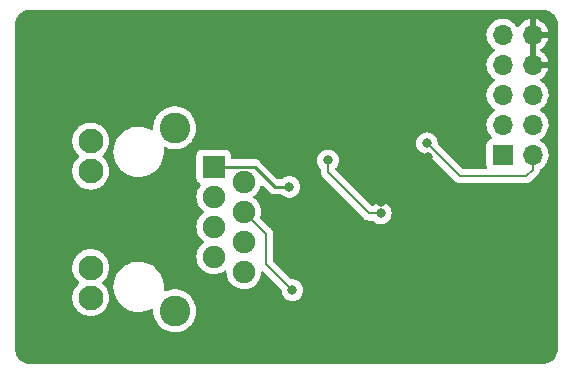
<source format=gbr>
%TF.GenerationSoftware,KiCad,Pcbnew,(6.0.0)*%
%TF.CreationDate,2022-04-11T12:33:07+02:00*%
%TF.ProjectId,W5500_Shield_Ethernet,57353530-305f-4536-9869-656c645f4574,rev?*%
%TF.SameCoordinates,Original*%
%TF.FileFunction,Copper,L2,Bot*%
%TF.FilePolarity,Positive*%
%FSLAX46Y46*%
G04 Gerber Fmt 4.6, Leading zero omitted, Abs format (unit mm)*
G04 Created by KiCad (PCBNEW (6.0.0)) date 2022-04-11 12:33:07*
%MOMM*%
%LPD*%
G01*
G04 APERTURE LIST*
%TA.AperFunction,ComponentPad*%
%ADD10R,1.700000X1.700000*%
%TD*%
%TA.AperFunction,ComponentPad*%
%ADD11O,1.700000X1.700000*%
%TD*%
%TA.AperFunction,ComponentPad*%
%ADD12C,2.600000*%
%TD*%
%TA.AperFunction,ComponentPad*%
%ADD13C,2.100000*%
%TD*%
%TA.AperFunction,ComponentPad*%
%ADD14C,1.900000*%
%TD*%
%TA.AperFunction,ComponentPad*%
%ADD15R,1.900000X1.900000*%
%TD*%
%TA.AperFunction,ViaPad*%
%ADD16C,0.800000*%
%TD*%
%TA.AperFunction,Conductor*%
%ADD17C,0.250000*%
%TD*%
%TA.AperFunction,Conductor*%
%ADD18C,0.200000*%
%TD*%
G04 APERTURE END LIST*
D10*
%TO.P,J2,1,Pin_1*%
%TO.N,SCS_eth*%
X122800000Y-63800000D03*
D11*
%TO.P,J2,2,Pin_2*%
%TO.N,+3V3*%
X125340000Y-63800000D03*
%TO.P,J2,3,Pin_3*%
%TO.N,SCLK_eth*%
X122800000Y-61260000D03*
%TO.P,J2,4,Pin_4*%
%TO.N,+3V3*%
X125340000Y-61260000D03*
%TO.P,J2,5,Pin_5*%
%TO.N,MISO_eth*%
X122800000Y-58720000D03*
%TO.P,J2,6,Pin_6*%
%TO.N,+3V3*%
X125340000Y-58720000D03*
%TO.P,J2,7,Pin_7*%
%TO.N,MOSI_eth*%
X122800000Y-56180000D03*
%TO.P,J2,8,Pin_8*%
%TO.N,GND*%
X125340000Y-56180000D03*
%TO.P,J2,9,Pin_9*%
%TO.N,RESET_eth*%
X122800000Y-53640000D03*
%TO.P,J2,10,Pin_10*%
%TO.N,GND*%
X125340000Y-53640000D03*
%TD*%
D12*
%TO.P,J1,SH,SHIELD*%
%TO.N,Net-(C11-Pad2)*%
X95045000Y-76995000D03*
X95045000Y-61505000D03*
D13*
%TO.P,J1,L1,LEDY_A*%
%TO.N,+3V3*%
X87935000Y-62625000D03*
%TO.P,J1,L2,LEDY_K*%
%TO.N,/A_LED*%
X87935000Y-65165000D03*
%TO.P,J1,L3,LEDG_A*%
%TO.N,+3V3*%
X87935000Y-73335000D03*
%TO.P,J1,L4,LEDG_K*%
%TO.N,/K_LED*%
X87935000Y-75875000D03*
D14*
%TO.P,J1,8,GND*%
%TO.N,Net-(C11-Pad2)*%
X100885000Y-73695000D03*
%TO.P,J1,7,NC*%
%TO.N,unconnected-(J1-Pad7)*%
X98345000Y-72425000D03*
%TO.P,J1,6,RD-*%
%TO.N,Net-(C7-Pad2)*%
X100885000Y-71155000D03*
%TO.P,J1,5,RCT*%
%TO.N,Net-(C9-Pad2)*%
X98345000Y-69885000D03*
%TO.P,J1,4,RD+*%
%TO.N,Net-(C8-Pad2)*%
X100885000Y-68615000D03*
%TO.P,J1,3,TD-*%
%TO.N,Net-(J1-Pad3)*%
X98345000Y-67345000D03*
%TO.P,J1,2,TCT*%
%TO.N,Net-(C10-Pad2)*%
X100885000Y-66075000D03*
D15*
%TO.P,J1,1,TD+*%
%TO.N,Net-(J1-Pad1)*%
X98345000Y-64805000D03*
%TD*%
D16*
%TO.N,Net-(J1-Pad1)*%
X104750000Y-66500000D03*
%TO.N,+3V3*%
X116400000Y-62800000D03*
%TO.N,GND*%
X109250000Y-77250000D03*
X109250000Y-78500000D03*
X105000000Y-72750000D03*
X106250000Y-61250000D03*
X112500000Y-67750000D03*
X110750000Y-65500000D03*
X121000000Y-71000000D03*
X108750000Y-71000000D03*
X110000000Y-73750000D03*
X110750000Y-75250000D03*
X114000000Y-71750000D03*
X114000000Y-76500000D03*
X111000000Y-77000000D03*
X117750000Y-77250000D03*
X114500000Y-77500000D03*
X124500000Y-72250000D03*
X126500000Y-67000000D03*
X112200000Y-54843750D03*
X114000000Y-62000000D03*
X115000000Y-62000000D03*
X116500000Y-64000000D03*
%TO.N,Net-(C8-Pad2)*%
X105000000Y-75250000D03*
%TO.N,+3.3VA*%
X112500000Y-68750000D03*
X108020000Y-64250000D03*
%TD*%
D17*
%TO.N,Net-(J1-Pad1)*%
X103500000Y-66500000D02*
X101800489Y-64800489D01*
X103500000Y-66500000D02*
X104750000Y-66500000D01*
D18*
%TO.N,+3V3*%
X119200000Y-65600000D02*
X116400000Y-62800000D01*
X124800000Y-65600000D02*
X119800000Y-65600000D01*
X125340000Y-65060000D02*
X124800000Y-65600000D01*
X119800000Y-65600000D02*
X119200000Y-65600000D01*
X125340000Y-63800000D02*
X125340000Y-65060000D01*
%TO.N,+3.3VA*%
X108020000Y-65270000D02*
X111500000Y-68750000D01*
X108020000Y-64250000D02*
X108020000Y-65270000D01*
%TO.N,Net-(C8-Pad2)*%
X102750000Y-70480000D02*
X100885000Y-68615000D01*
X102750000Y-73000000D02*
X102750000Y-70480000D01*
X105000000Y-75250000D02*
X102750000Y-73000000D01*
D17*
%TO.N,Net-(J1-Pad1)*%
X98349511Y-64800489D02*
X98345000Y-64805000D01*
X101800489Y-64800489D02*
X98349511Y-64800489D01*
D18*
%TO.N,+3.3VA*%
X111500000Y-68750000D02*
X112500000Y-68750000D01*
%TD*%
%TA.AperFunction,Conductor*%
%TO.N,GND*%
G36*
X126170057Y-51509500D02*
G01*
X126184858Y-51511805D01*
X126184861Y-51511805D01*
X126193730Y-51513186D01*
X126202631Y-51512022D01*
X126202638Y-51512022D01*
X126207766Y-51511351D01*
X126233989Y-51510675D01*
X126392228Y-51523129D01*
X126411755Y-51526222D01*
X126589614Y-51568922D01*
X126608408Y-51575028D01*
X126777398Y-51645027D01*
X126795003Y-51653997D01*
X126911618Y-51725458D01*
X126950967Y-51749571D01*
X126966955Y-51761187D01*
X127106042Y-51879978D01*
X127120020Y-51893956D01*
X127238813Y-52033045D01*
X127250427Y-52049031D01*
X127346003Y-52204997D01*
X127354973Y-52222602D01*
X127422742Y-52386209D01*
X127424970Y-52391587D01*
X127431078Y-52410386D01*
X127454465Y-52507800D01*
X127473778Y-52588244D01*
X127476871Y-52607772D01*
X127488774Y-52759012D01*
X127488133Y-52775881D01*
X127488305Y-52775883D01*
X127488195Y-52784859D01*
X127486814Y-52793730D01*
X127487978Y-52802632D01*
X127487978Y-52802635D01*
X127490936Y-52825251D01*
X127492000Y-52841589D01*
X127492000Y-80150672D01*
X127490500Y-80170056D01*
X127486814Y-80193730D01*
X127487978Y-80202631D01*
X127487978Y-80202638D01*
X127488649Y-80207766D01*
X127489325Y-80233989D01*
X127476871Y-80392228D01*
X127473778Y-80411756D01*
X127431080Y-80589609D01*
X127424972Y-80608408D01*
X127354973Y-80777398D01*
X127346003Y-80795003D01*
X127250429Y-80950967D01*
X127238813Y-80966955D01*
X127120022Y-81106042D01*
X127106044Y-81120020D01*
X126966955Y-81238813D01*
X126950969Y-81250427D01*
X126795003Y-81346003D01*
X126777398Y-81354973D01*
X126608408Y-81424972D01*
X126589614Y-81431078D01*
X126411756Y-81473778D01*
X126392228Y-81476871D01*
X126240988Y-81488774D01*
X126224119Y-81488133D01*
X126224117Y-81488305D01*
X126215141Y-81488195D01*
X126206270Y-81486814D01*
X126197368Y-81487978D01*
X126197365Y-81487978D01*
X126174749Y-81490936D01*
X126158411Y-81492000D01*
X82849328Y-81492000D01*
X82829943Y-81490500D01*
X82815142Y-81488195D01*
X82815139Y-81488195D01*
X82806270Y-81486814D01*
X82797369Y-81487978D01*
X82797362Y-81487978D01*
X82792234Y-81488649D01*
X82766011Y-81489325D01*
X82607772Y-81476871D01*
X82588244Y-81473778D01*
X82410386Y-81431078D01*
X82391592Y-81424972D01*
X82222602Y-81354973D01*
X82204997Y-81346003D01*
X82049031Y-81250427D01*
X82033045Y-81238813D01*
X81893956Y-81120020D01*
X81879978Y-81106042D01*
X81761187Y-80966955D01*
X81749571Y-80950967D01*
X81653997Y-80795003D01*
X81645027Y-80777398D01*
X81575028Y-80608408D01*
X81568920Y-80589609D01*
X81526222Y-80411756D01*
X81523129Y-80392228D01*
X81511226Y-80240988D01*
X81511867Y-80224119D01*
X81511695Y-80224117D01*
X81511805Y-80215141D01*
X81513186Y-80206270D01*
X81511547Y-80193730D01*
X81509064Y-80174749D01*
X81508000Y-80158411D01*
X81508000Y-75875000D01*
X86371681Y-75875000D01*
X86390928Y-76119557D01*
X86392082Y-76124364D01*
X86392083Y-76124370D01*
X86406750Y-76185462D01*
X86448195Y-76358092D01*
X86542073Y-76584732D01*
X86670248Y-76793896D01*
X86673463Y-76797660D01*
X86673465Y-76797663D01*
X86805451Y-76952197D01*
X86829567Y-76980433D01*
X86833323Y-76983641D01*
X86967805Y-77098500D01*
X87016104Y-77139752D01*
X87020327Y-77142340D01*
X87020330Y-77142342D01*
X87089515Y-77184738D01*
X87225268Y-77267927D01*
X87369967Y-77327864D01*
X87447335Y-77359911D01*
X87447337Y-77359912D01*
X87451908Y-77361805D01*
X87534563Y-77381649D01*
X87685630Y-77417917D01*
X87685636Y-77417918D01*
X87690443Y-77419072D01*
X87935000Y-77438319D01*
X88179557Y-77419072D01*
X88184364Y-77417918D01*
X88184370Y-77417917D01*
X88335437Y-77381649D01*
X88418092Y-77361805D01*
X88422663Y-77359912D01*
X88422665Y-77359911D01*
X88500033Y-77327864D01*
X88644732Y-77267927D01*
X88780485Y-77184738D01*
X88849670Y-77142342D01*
X88849673Y-77142340D01*
X88853896Y-77139752D01*
X88902196Y-77098500D01*
X89036677Y-76983641D01*
X89040433Y-76980433D01*
X89064549Y-76952197D01*
X89196535Y-76797663D01*
X89196537Y-76797660D01*
X89199752Y-76793896D01*
X89327927Y-76584732D01*
X89421805Y-76358092D01*
X89463250Y-76185462D01*
X89477917Y-76124370D01*
X89477918Y-76124364D01*
X89479072Y-76119557D01*
X89498319Y-75875000D01*
X89479072Y-75630443D01*
X89476939Y-75621556D01*
X89434841Y-75446206D01*
X89421805Y-75391908D01*
X89404814Y-75350887D01*
X89350062Y-75218707D01*
X89327927Y-75165268D01*
X89287488Y-75099277D01*
X89860735Y-75099277D01*
X89861294Y-75103521D01*
X89861294Y-75103525D01*
X89868867Y-75161049D01*
X89898705Y-75387687D01*
X89975465Y-75668276D01*
X89977149Y-75672224D01*
X90061538Y-75870070D01*
X90089596Y-75935852D01*
X90238985Y-76185462D01*
X90420867Y-76412489D01*
X90631878Y-76612731D01*
X90868113Y-76782483D01*
X91125200Y-76918603D01*
X91129223Y-76920075D01*
X91129227Y-76920077D01*
X91325358Y-76991851D01*
X91398382Y-77018574D01*
X91682604Y-77080544D01*
X91711650Y-77082830D01*
X91908297Y-77098307D01*
X91908304Y-77098307D01*
X91910753Y-77098500D01*
X92068121Y-77098500D01*
X92070257Y-77098354D01*
X92070268Y-77098354D01*
X92280949Y-77083991D01*
X92280955Y-77083990D01*
X92285226Y-77083699D01*
X92289421Y-77082830D01*
X92289423Y-77082830D01*
X92427654Y-77054204D01*
X92570081Y-77024709D01*
X92844295Y-76927605D01*
X93048994Y-76821952D01*
X93118700Y-76808483D01*
X93184624Y-76834838D01*
X93225833Y-76892651D01*
X93231169Y-76938162D01*
X93232641Y-76938201D01*
X93232518Y-76942874D01*
X93232050Y-76947526D01*
X93232274Y-76952192D01*
X93232274Y-76952197D01*
X93235689Y-77023279D01*
X93244947Y-77216019D01*
X93297388Y-77479656D01*
X93388220Y-77732646D01*
X93515450Y-77969431D01*
X93518241Y-77973168D01*
X93518245Y-77973175D01*
X93599887Y-78082506D01*
X93676281Y-78184810D01*
X93679590Y-78188090D01*
X93679595Y-78188096D01*
X93863863Y-78370762D01*
X93867180Y-78374050D01*
X93870942Y-78376808D01*
X93870945Y-78376811D01*
X93983299Y-78459192D01*
X94083954Y-78532995D01*
X94088089Y-78535171D01*
X94088093Y-78535173D01*
X94317698Y-78655975D01*
X94321840Y-78658154D01*
X94575613Y-78746775D01*
X94580206Y-78747647D01*
X94835109Y-78796042D01*
X94835112Y-78796042D01*
X94839698Y-78796913D01*
X94967370Y-78801929D01*
X95103625Y-78807283D01*
X95103630Y-78807283D01*
X95108293Y-78807466D01*
X95212607Y-78796042D01*
X95370844Y-78778713D01*
X95370850Y-78778712D01*
X95375497Y-78778203D01*
X95380021Y-78777012D01*
X95630918Y-78710956D01*
X95630920Y-78710955D01*
X95635441Y-78709765D01*
X95639738Y-78707919D01*
X95878120Y-78605502D01*
X95878122Y-78605501D01*
X95882414Y-78603657D01*
X96001071Y-78530230D01*
X96107017Y-78464669D01*
X96107021Y-78464666D01*
X96110990Y-78462210D01*
X96316149Y-78288530D01*
X96493382Y-78086434D01*
X96638797Y-77860361D01*
X96749199Y-77615278D01*
X96786209Y-77484051D01*
X96820893Y-77361072D01*
X96820894Y-77361069D01*
X96822163Y-77356568D01*
X96840043Y-77216019D01*
X96855688Y-77093045D01*
X96855688Y-77093041D01*
X96856086Y-77089915D01*
X96856272Y-77082830D01*
X96858488Y-76998160D01*
X96858571Y-76995000D01*
X96838650Y-76726937D01*
X96813374Y-76615231D01*
X96780361Y-76469331D01*
X96780360Y-76469326D01*
X96779327Y-76464763D01*
X96681902Y-76214238D01*
X96548518Y-75980864D01*
X96510588Y-75932749D01*
X96465062Y-75875000D01*
X96382105Y-75769769D01*
X96186317Y-75585591D01*
X95965457Y-75432374D01*
X95961264Y-75430306D01*
X95728564Y-75315551D01*
X95728561Y-75315550D01*
X95724376Y-75313486D01*
X95676745Y-75298239D01*
X95505536Y-75243435D01*
X95468370Y-75231538D01*
X95463763Y-75230788D01*
X95463760Y-75230787D01*
X95207674Y-75189081D01*
X95207675Y-75189081D01*
X95203063Y-75188330D01*
X95072719Y-75186624D01*
X94938961Y-75184873D01*
X94938958Y-75184873D01*
X94934284Y-75184812D01*
X94667937Y-75221060D01*
X94409874Y-75296278D01*
X94405621Y-75298238D01*
X94405620Y-75298239D01*
X94291418Y-75350887D01*
X94221181Y-75361242D01*
X94156495Y-75331979D01*
X94117898Y-75272391D01*
X94113924Y-75218707D01*
X94116291Y-75202081D01*
X94127742Y-75121619D01*
X94128952Y-74890523D01*
X94129243Y-74835009D01*
X94129243Y-74835003D01*
X94129265Y-74830723D01*
X94126908Y-74812815D01*
X94105100Y-74647171D01*
X94091295Y-74542313D01*
X94014535Y-74261724D01*
X94000491Y-74228799D01*
X93902090Y-73998100D01*
X93902088Y-73998096D01*
X93900404Y-73994148D01*
X93751015Y-73744538D01*
X93736337Y-73726216D01*
X93651661Y-73620523D01*
X93569133Y-73517511D01*
X93376807Y-73335000D01*
X93361231Y-73320219D01*
X93361228Y-73320217D01*
X93358122Y-73317269D01*
X93121887Y-73147517D01*
X92864800Y-73011397D01*
X92860777Y-73009925D01*
X92860773Y-73009923D01*
X92595649Y-72912901D01*
X92595647Y-72912900D01*
X92591618Y-72911426D01*
X92307396Y-72849456D01*
X92263598Y-72846009D01*
X92081703Y-72831693D01*
X92081696Y-72831693D01*
X92079247Y-72831500D01*
X91921879Y-72831500D01*
X91919743Y-72831646D01*
X91919732Y-72831646D01*
X91709051Y-72846009D01*
X91709045Y-72846010D01*
X91704774Y-72846301D01*
X91700579Y-72847170D01*
X91700577Y-72847170D01*
X91654462Y-72856720D01*
X91419919Y-72905291D01*
X91145705Y-73002395D01*
X91141896Y-73004361D01*
X90995219Y-73080067D01*
X90887207Y-73135816D01*
X90883706Y-73138277D01*
X90883702Y-73138279D01*
X90870558Y-73147517D01*
X90649208Y-73303085D01*
X90646067Y-73306004D01*
X90465354Y-73473933D01*
X90436112Y-73501106D01*
X90433398Y-73504422D01*
X90433395Y-73504425D01*
X90338370Y-73620523D01*
X90251861Y-73726216D01*
X90099867Y-73974248D01*
X90098148Y-73978165D01*
X90098146Y-73978168D01*
X90084515Y-74009220D01*
X89982941Y-74240614D01*
X89981765Y-74244742D01*
X89981764Y-74244745D01*
X89964715Y-74304595D01*
X89903246Y-74520384D01*
X89902642Y-74524626D01*
X89902641Y-74524632D01*
X89877567Y-74700811D01*
X89862258Y-74808381D01*
X89860735Y-75099277D01*
X89287488Y-75099277D01*
X89199752Y-74956104D01*
X89193757Y-74949084D01*
X89043641Y-74773323D01*
X89040433Y-74769567D01*
X89010420Y-74743933D01*
X88959931Y-74700811D01*
X88921122Y-74641360D01*
X88920616Y-74570365D01*
X88959931Y-74509189D01*
X89036677Y-74443641D01*
X89040433Y-74440433D01*
X89123759Y-74342872D01*
X89196535Y-74257663D01*
X89196537Y-74257660D01*
X89199752Y-74253896D01*
X89212098Y-74233750D01*
X89271113Y-74137445D01*
X89327927Y-74044732D01*
X89390561Y-73893521D01*
X89419911Y-73822665D01*
X89419912Y-73822663D01*
X89421805Y-73818092D01*
X89479072Y-73579557D01*
X89498319Y-73335000D01*
X89479072Y-73090443D01*
X89477732Y-73084859D01*
X89436094Y-72911426D01*
X89421805Y-72851908D01*
X89419843Y-72847170D01*
X89368220Y-72722544D01*
X89327927Y-72625268D01*
X89224566Y-72456597D01*
X89202342Y-72420330D01*
X89202340Y-72420327D01*
X89199752Y-72416104D01*
X89181657Y-72394917D01*
X89176812Y-72389244D01*
X96881938Y-72389244D01*
X96882235Y-72394396D01*
X96882235Y-72394400D01*
X96884338Y-72430873D01*
X96895744Y-72628680D01*
X96896879Y-72633717D01*
X96896880Y-72633723D01*
X96947331Y-72857592D01*
X96948470Y-72862646D01*
X97038702Y-73084859D01*
X97164014Y-73289351D01*
X97321043Y-73470630D01*
X97505571Y-73623828D01*
X97712643Y-73744831D01*
X97717468Y-73746673D01*
X97717469Y-73746674D01*
X97760595Y-73763142D01*
X97936697Y-73830389D01*
X97941763Y-73831420D01*
X97941764Y-73831420D01*
X97998039Y-73842869D01*
X98171716Y-73878204D01*
X98307264Y-73883174D01*
X98406225Y-73886803D01*
X98406229Y-73886803D01*
X98411389Y-73886992D01*
X98416509Y-73886336D01*
X98416511Y-73886336D01*
X98644151Y-73857175D01*
X98644152Y-73857175D01*
X98649279Y-73856518D01*
X98732935Y-73831420D01*
X98874042Y-73789086D01*
X98874047Y-73789084D01*
X98878997Y-73787599D01*
X99094374Y-73682087D01*
X99098579Y-73679087D01*
X99098585Y-73679084D01*
X99224443Y-73589310D01*
X99291516Y-73566037D01*
X99360525Y-73582720D01*
X99409559Y-73634064D01*
X99423402Y-73684636D01*
X99435744Y-73898680D01*
X99436879Y-73903717D01*
X99436880Y-73903723D01*
X99457258Y-73994148D01*
X99488470Y-74132646D01*
X99490419Y-74137445D01*
X99573835Y-74342872D01*
X99578702Y-74354859D01*
X99704014Y-74559351D01*
X99707398Y-74563257D01*
X99707399Y-74563259D01*
X99714221Y-74571134D01*
X99861043Y-74740630D01*
X100045571Y-74893828D01*
X100252643Y-75014831D01*
X100476697Y-75100389D01*
X100481763Y-75101420D01*
X100481764Y-75101420D01*
X100492111Y-75103525D01*
X100711716Y-75148204D01*
X100847264Y-75153174D01*
X100946225Y-75156803D01*
X100946229Y-75156803D01*
X100951389Y-75156992D01*
X100956509Y-75156336D01*
X100956511Y-75156336D01*
X101184151Y-75127175D01*
X101184152Y-75127175D01*
X101189279Y-75126518D01*
X101205608Y-75121619D01*
X101414042Y-75059086D01*
X101414047Y-75059084D01*
X101418997Y-75057599D01*
X101634374Y-74952087D01*
X101638579Y-74949087D01*
X101638585Y-74949084D01*
X101737618Y-74878444D01*
X101829627Y-74812815D01*
X101999511Y-74643523D01*
X102023422Y-74610248D01*
X102136445Y-74452958D01*
X102139463Y-74448758D01*
X102143578Y-74440433D01*
X102243433Y-74238392D01*
X102243434Y-74238390D01*
X102245727Y-74233750D01*
X102315447Y-74004274D01*
X102346752Y-73766492D01*
X102346946Y-73758563D01*
X102368609Y-73690952D01*
X102423387Y-73645786D01*
X102493887Y-73637406D01*
X102562003Y-73672552D01*
X104050281Y-75160830D01*
X104084307Y-75223142D01*
X104086841Y-75246716D01*
X104086496Y-75250000D01*
X104087186Y-75256565D01*
X104105447Y-75430306D01*
X104106458Y-75439928D01*
X104165473Y-75621556D01*
X104168776Y-75627278D01*
X104168777Y-75627279D01*
X104190057Y-75664137D01*
X104260960Y-75786944D01*
X104388747Y-75928866D01*
X104543248Y-76041118D01*
X104549276Y-76043802D01*
X104549278Y-76043803D01*
X104711681Y-76116109D01*
X104717712Y-76118794D01*
X104811112Y-76138647D01*
X104898056Y-76157128D01*
X104898061Y-76157128D01*
X104904513Y-76158500D01*
X105095487Y-76158500D01*
X105101939Y-76157128D01*
X105101944Y-76157128D01*
X105188888Y-76138647D01*
X105282288Y-76118794D01*
X105288319Y-76116109D01*
X105450722Y-76043803D01*
X105450724Y-76043802D01*
X105456752Y-76041118D01*
X105611253Y-75928866D01*
X105739040Y-75786944D01*
X105809943Y-75664137D01*
X105831223Y-75627279D01*
X105831224Y-75627278D01*
X105834527Y-75621556D01*
X105893542Y-75439928D01*
X105894554Y-75430306D01*
X105912814Y-75256565D01*
X105913504Y-75250000D01*
X105905079Y-75169839D01*
X105894232Y-75066635D01*
X105894232Y-75066633D01*
X105893542Y-75060072D01*
X105834527Y-74878444D01*
X105739040Y-74713056D01*
X105611253Y-74571134D01*
X105456752Y-74458882D01*
X105450724Y-74456198D01*
X105450722Y-74456197D01*
X105288319Y-74383891D01*
X105288318Y-74383891D01*
X105282288Y-74381206D01*
X105188888Y-74361353D01*
X105101944Y-74342872D01*
X105101939Y-74342872D01*
X105095487Y-74341500D01*
X105004239Y-74341500D01*
X104936118Y-74321498D01*
X104915144Y-74304595D01*
X103395405Y-72784856D01*
X103361379Y-72722544D01*
X103358500Y-72695761D01*
X103358500Y-70528136D01*
X103359578Y-70511690D01*
X103362672Y-70488188D01*
X103363750Y-70480000D01*
X103358500Y-70440122D01*
X103358500Y-70440115D01*
X103342838Y-70321150D01*
X103281524Y-70173125D01*
X103276497Y-70166574D01*
X103276495Y-70166570D01*
X103261722Y-70147318D01*
X103208483Y-70077936D01*
X103208477Y-70077928D01*
X103208474Y-70077925D01*
X103183987Y-70046013D01*
X103177432Y-70040983D01*
X103158621Y-70026548D01*
X103146230Y-70015681D01*
X102308143Y-69177594D01*
X102274117Y-69115282D01*
X102276680Y-69051870D01*
X102308036Y-68948668D01*
X102315447Y-68924274D01*
X102346752Y-68686492D01*
X102347252Y-68666021D01*
X102348417Y-68618365D01*
X102348417Y-68618361D01*
X102348499Y-68615000D01*
X102335987Y-68462815D01*
X102329271Y-68381124D01*
X102329270Y-68381118D01*
X102328847Y-68375973D01*
X102270420Y-68143364D01*
X102268364Y-68138634D01*
X102268361Y-68138627D01*
X102176847Y-67928159D01*
X102176845Y-67928156D01*
X102174787Y-67923422D01*
X102149214Y-67883891D01*
X102047325Y-67726396D01*
X102047323Y-67726393D01*
X102044515Y-67722053D01*
X101886758Y-67548680D01*
X101886582Y-67548487D01*
X101886580Y-67548486D01*
X101883104Y-67544665D01*
X101879053Y-67541466D01*
X101879049Y-67541462D01*
X101755333Y-67443757D01*
X101714270Y-67385840D01*
X101711038Y-67314917D01*
X101746664Y-67253505D01*
X101760257Y-67242296D01*
X101825423Y-67195814D01*
X101825425Y-67195812D01*
X101829627Y-67192815D01*
X101999511Y-67023523D01*
X102008396Y-67011159D01*
X102136445Y-66832958D01*
X102139463Y-66828758D01*
X102208078Y-66689928D01*
X102243433Y-66618392D01*
X102243434Y-66618390D01*
X102245727Y-66613750D01*
X102247234Y-66608791D01*
X102294663Y-66452686D01*
X102333604Y-66393322D01*
X102398458Y-66364435D01*
X102468634Y-66375196D01*
X102504316Y-66400220D01*
X102996343Y-66892247D01*
X103003887Y-66900537D01*
X103008000Y-66907018D01*
X103013777Y-66912443D01*
X103057667Y-66953658D01*
X103060509Y-66956413D01*
X103080231Y-66976135D01*
X103083355Y-66978558D01*
X103083359Y-66978562D01*
X103083424Y-66978612D01*
X103092445Y-66986317D01*
X103124679Y-67016586D01*
X103131627Y-67020405D01*
X103131629Y-67020407D01*
X103142432Y-67026346D01*
X103158959Y-67037202D01*
X103168698Y-67044757D01*
X103168700Y-67044758D01*
X103174960Y-67049614D01*
X103215540Y-67067174D01*
X103226188Y-67072391D01*
X103264940Y-67093695D01*
X103272616Y-67095666D01*
X103272619Y-67095667D01*
X103284562Y-67098733D01*
X103303267Y-67105137D01*
X103321855Y-67113181D01*
X103329678Y-67114420D01*
X103329688Y-67114423D01*
X103365524Y-67120099D01*
X103377144Y-67122505D01*
X103412289Y-67131528D01*
X103419970Y-67133500D01*
X103440224Y-67133500D01*
X103459934Y-67135051D01*
X103479943Y-67138220D01*
X103487835Y-67137474D01*
X103523961Y-67134059D01*
X103535819Y-67133500D01*
X104041800Y-67133500D01*
X104109921Y-67153502D01*
X104129147Y-67169843D01*
X104129420Y-67169540D01*
X104134332Y-67173963D01*
X104138747Y-67178866D01*
X104152931Y-67189171D01*
X104278327Y-67280277D01*
X104293248Y-67291118D01*
X104299276Y-67293802D01*
X104299278Y-67293803D01*
X104461681Y-67366109D01*
X104467712Y-67368794D01*
X104547907Y-67385840D01*
X104648056Y-67407128D01*
X104648061Y-67407128D01*
X104654513Y-67408500D01*
X104845487Y-67408500D01*
X104851939Y-67407128D01*
X104851944Y-67407128D01*
X104952093Y-67385840D01*
X105032288Y-67368794D01*
X105038319Y-67366109D01*
X105200722Y-67293803D01*
X105200724Y-67293802D01*
X105206752Y-67291118D01*
X105221674Y-67280277D01*
X105337926Y-67195814D01*
X105361253Y-67178866D01*
X105397851Y-67138220D01*
X105484621Y-67041852D01*
X105484622Y-67041851D01*
X105489040Y-67036944D01*
X105564053Y-66907018D01*
X105581223Y-66877279D01*
X105581224Y-66877278D01*
X105584527Y-66871556D01*
X105643542Y-66689928D01*
X105647428Y-66652960D01*
X105662814Y-66506565D01*
X105663504Y-66500000D01*
X105643542Y-66310072D01*
X105584527Y-66128444D01*
X105574503Y-66111081D01*
X105526210Y-66027437D01*
X105489040Y-65963056D01*
X105361253Y-65821134D01*
X105241763Y-65734319D01*
X105212094Y-65712763D01*
X105212093Y-65712762D01*
X105206752Y-65708882D01*
X105200724Y-65706198D01*
X105200722Y-65706197D01*
X105038319Y-65633891D01*
X105038318Y-65633891D01*
X105032288Y-65631206D01*
X104938888Y-65611353D01*
X104851944Y-65592872D01*
X104851939Y-65592872D01*
X104845487Y-65591500D01*
X104654513Y-65591500D01*
X104648061Y-65592872D01*
X104648056Y-65592872D01*
X104561112Y-65611353D01*
X104467712Y-65631206D01*
X104461682Y-65633891D01*
X104461681Y-65633891D01*
X104299278Y-65706197D01*
X104299276Y-65706198D01*
X104293248Y-65708882D01*
X104287907Y-65712762D01*
X104287906Y-65712763D01*
X104258237Y-65734319D01*
X104138747Y-65821134D01*
X104134332Y-65826037D01*
X104129420Y-65830460D01*
X104128295Y-65829211D01*
X104074986Y-65862051D01*
X104041800Y-65866500D01*
X103814594Y-65866500D01*
X103746473Y-65846498D01*
X103725499Y-65829595D01*
X102304141Y-64408236D01*
X102296601Y-64399950D01*
X102292489Y-64393471D01*
X102242837Y-64346845D01*
X102239996Y-64344091D01*
X102220259Y-64324354D01*
X102217062Y-64321874D01*
X102208040Y-64314169D01*
X102194880Y-64301811D01*
X102175810Y-64283903D01*
X102168864Y-64280084D01*
X102168861Y-64280082D01*
X102158055Y-64274141D01*
X102141536Y-64263290D01*
X102141072Y-64262930D01*
X102125530Y-64250875D01*
X102123508Y-64250000D01*
X107106496Y-64250000D01*
X107107186Y-64256565D01*
X107114606Y-64327158D01*
X107126458Y-64439928D01*
X107185473Y-64621556D01*
X107280960Y-64786944D01*
X107285378Y-64791851D01*
X107285379Y-64791852D01*
X107379136Y-64895980D01*
X107409854Y-64959987D01*
X107411500Y-64980290D01*
X107411500Y-65221864D01*
X107410422Y-65238307D01*
X107406250Y-65270000D01*
X107411500Y-65309880D01*
X107411500Y-65309885D01*
X107421181Y-65383422D01*
X107427162Y-65428851D01*
X107488476Y-65576876D01*
X107493503Y-65583427D01*
X107493504Y-65583429D01*
X107561520Y-65672069D01*
X107561526Y-65672075D01*
X107586013Y-65703987D01*
X107592568Y-65709017D01*
X107611379Y-65723452D01*
X107623770Y-65734319D01*
X111035685Y-69146234D01*
X111046552Y-69158625D01*
X111066013Y-69183987D01*
X111097925Y-69208474D01*
X111097928Y-69208477D01*
X111193124Y-69281524D01*
X111200754Y-69284684D01*
X111200755Y-69284685D01*
X111225439Y-69294909D01*
X111341150Y-69342838D01*
X111460115Y-69358500D01*
X111460120Y-69358500D01*
X111460129Y-69358501D01*
X111491812Y-69362672D01*
X111500000Y-69363750D01*
X111531693Y-69359578D01*
X111548136Y-69358500D01*
X111769290Y-69358500D01*
X111837411Y-69378502D01*
X111862926Y-69400189D01*
X111888747Y-69428866D01*
X112043248Y-69541118D01*
X112049276Y-69543802D01*
X112049278Y-69543803D01*
X112199685Y-69610768D01*
X112217712Y-69618794D01*
X112311113Y-69638647D01*
X112398056Y-69657128D01*
X112398061Y-69657128D01*
X112404513Y-69658500D01*
X112595487Y-69658500D01*
X112601939Y-69657128D01*
X112601944Y-69657128D01*
X112688887Y-69638647D01*
X112782288Y-69618794D01*
X112800315Y-69610768D01*
X112950722Y-69543803D01*
X112950724Y-69543802D01*
X112956752Y-69541118D01*
X113111253Y-69428866D01*
X113239040Y-69286944D01*
X113334527Y-69121556D01*
X113393542Y-68939928D01*
X113395727Y-68919144D01*
X113412814Y-68756565D01*
X113413504Y-68750000D01*
X113395557Y-68579244D01*
X113394232Y-68566635D01*
X113394232Y-68566633D01*
X113393542Y-68560072D01*
X113334527Y-68378444D01*
X113239040Y-68213056D01*
X113111253Y-68071134D01*
X112956752Y-67958882D01*
X112950724Y-67956198D01*
X112950722Y-67956197D01*
X112788319Y-67883891D01*
X112788318Y-67883891D01*
X112782288Y-67881206D01*
X112688887Y-67861353D01*
X112601944Y-67842872D01*
X112601939Y-67842872D01*
X112595487Y-67841500D01*
X112404513Y-67841500D01*
X112398061Y-67842872D01*
X112398056Y-67842872D01*
X112311113Y-67861353D01*
X112217712Y-67881206D01*
X112211682Y-67883891D01*
X112211681Y-67883891D01*
X112049278Y-67956197D01*
X112049276Y-67956198D01*
X112043248Y-67958882D01*
X111888747Y-68071134D01*
X111884333Y-68076037D01*
X111884330Y-68076039D01*
X111879487Y-68081418D01*
X111819042Y-68118659D01*
X111748058Y-68117309D01*
X111696754Y-68086205D01*
X108672289Y-65061740D01*
X108638263Y-64999428D01*
X108643328Y-64928613D01*
X108667747Y-64888335D01*
X108759040Y-64786944D01*
X108854527Y-64621556D01*
X108913542Y-64439928D01*
X108925395Y-64327158D01*
X108932814Y-64256565D01*
X108933504Y-64250000D01*
X108916485Y-64088069D01*
X108914232Y-64066635D01*
X108914232Y-64066633D01*
X108913542Y-64060072D01*
X108854527Y-63878444D01*
X108759040Y-63713056D01*
X108753703Y-63707128D01*
X108635675Y-63576045D01*
X108635674Y-63576044D01*
X108631253Y-63571134D01*
X108476752Y-63458882D01*
X108470724Y-63456198D01*
X108470722Y-63456197D01*
X108308319Y-63383891D01*
X108308318Y-63383891D01*
X108302288Y-63381206D01*
X108205825Y-63360702D01*
X108121944Y-63342872D01*
X108121939Y-63342872D01*
X108115487Y-63341500D01*
X107924513Y-63341500D01*
X107918061Y-63342872D01*
X107918056Y-63342872D01*
X107834175Y-63360702D01*
X107737712Y-63381206D01*
X107731682Y-63383891D01*
X107731681Y-63383891D01*
X107569278Y-63456197D01*
X107569276Y-63456198D01*
X107563248Y-63458882D01*
X107408747Y-63571134D01*
X107404326Y-63576044D01*
X107404325Y-63576045D01*
X107286298Y-63707128D01*
X107280960Y-63713056D01*
X107185473Y-63878444D01*
X107126458Y-64060072D01*
X107125768Y-64066633D01*
X107125768Y-64066635D01*
X107123515Y-64088069D01*
X107106496Y-64250000D01*
X102123508Y-64250000D01*
X102118261Y-64247730D01*
X102118257Y-64247727D01*
X102084952Y-64233315D01*
X102074302Y-64228098D01*
X102035549Y-64206794D01*
X102015926Y-64201756D01*
X101997223Y-64195352D01*
X101985909Y-64190456D01*
X101985908Y-64190456D01*
X101978634Y-64187308D01*
X101970811Y-64186069D01*
X101970801Y-64186066D01*
X101934965Y-64180390D01*
X101923345Y-64177984D01*
X101888200Y-64168961D01*
X101888199Y-64168961D01*
X101880519Y-64166989D01*
X101860265Y-64166989D01*
X101840554Y-64165438D01*
X101828375Y-64163509D01*
X101820546Y-64162269D01*
X101812654Y-64163015D01*
X101776528Y-64166430D01*
X101764670Y-64166989D01*
X99929500Y-64166989D01*
X99861379Y-64146987D01*
X99814886Y-64093331D01*
X99803500Y-64040989D01*
X99803500Y-63806866D01*
X99796745Y-63744684D01*
X99745615Y-63608295D01*
X99658261Y-63491739D01*
X99541705Y-63404385D01*
X99405316Y-63353255D01*
X99343134Y-63346500D01*
X97346866Y-63346500D01*
X97284684Y-63353255D01*
X97148295Y-63404385D01*
X97031739Y-63491739D01*
X96944385Y-63608295D01*
X96893255Y-63744684D01*
X96886500Y-63806866D01*
X96886500Y-65803134D01*
X96893255Y-65865316D01*
X96944385Y-66001705D01*
X97031739Y-66118261D01*
X97148295Y-66205615D01*
X97156704Y-66208767D01*
X97156705Y-66208768D01*
X97166876Y-66212581D01*
X97223641Y-66255222D01*
X97248341Y-66321784D01*
X97233134Y-66391132D01*
X97213741Y-66417614D01*
X97207648Y-66423990D01*
X97204734Y-66428262D01*
X97204733Y-66428263D01*
X97151319Y-66506565D01*
X97072495Y-66622117D01*
X96971516Y-66839656D01*
X96955199Y-66898495D01*
X96916733Y-67037202D01*
X96907424Y-67070768D01*
X96881938Y-67309244D01*
X96882235Y-67314396D01*
X96882235Y-67314400D01*
X96884338Y-67350873D01*
X96895744Y-67548680D01*
X96896879Y-67553717D01*
X96896880Y-67553723D01*
X96947331Y-67777592D01*
X96948470Y-67782646D01*
X96987934Y-67879834D01*
X97020033Y-67958882D01*
X97038702Y-68004859D01*
X97164014Y-68209351D01*
X97321043Y-68390630D01*
X97476109Y-68519368D01*
X97515742Y-68578268D01*
X97517240Y-68649249D01*
X97480126Y-68709772D01*
X97471275Y-68717070D01*
X97418673Y-68756565D01*
X97373345Y-68790598D01*
X97207648Y-68963990D01*
X97072495Y-69162117D01*
X96971516Y-69379656D01*
X96907424Y-69610768D01*
X96881938Y-69849244D01*
X96882235Y-69854396D01*
X96882235Y-69854400D01*
X96884338Y-69890873D01*
X96895744Y-70088680D01*
X96896879Y-70093717D01*
X96896880Y-70093723D01*
X96913297Y-70166570D01*
X96948470Y-70322646D01*
X97038702Y-70544859D01*
X97164014Y-70749351D01*
X97321043Y-70930630D01*
X97476109Y-71059368D01*
X97515742Y-71118268D01*
X97517240Y-71189249D01*
X97480126Y-71249772D01*
X97471276Y-71257069D01*
X97373345Y-71330598D01*
X97207648Y-71503990D01*
X97072495Y-71702117D01*
X96971516Y-71919656D01*
X96907424Y-72150768D01*
X96881938Y-72389244D01*
X89176812Y-72389244D01*
X89043641Y-72233323D01*
X89040433Y-72229567D01*
X89036677Y-72226359D01*
X88857663Y-72073465D01*
X88857660Y-72073463D01*
X88853896Y-72070248D01*
X88849673Y-72067660D01*
X88849670Y-72067658D01*
X88780485Y-72025262D01*
X88644732Y-71942073D01*
X88500033Y-71882136D01*
X88422665Y-71850089D01*
X88422663Y-71850088D01*
X88418092Y-71848195D01*
X88335437Y-71828351D01*
X88184370Y-71792083D01*
X88184364Y-71792082D01*
X88179557Y-71790928D01*
X87935000Y-71771681D01*
X87690443Y-71790928D01*
X87685636Y-71792082D01*
X87685630Y-71792083D01*
X87534563Y-71828351D01*
X87451908Y-71848195D01*
X87447337Y-71850088D01*
X87447335Y-71850089D01*
X87369967Y-71882136D01*
X87225268Y-71942073D01*
X87089515Y-72025262D01*
X87020330Y-72067658D01*
X87020327Y-72067660D01*
X87016104Y-72070248D01*
X87012340Y-72073463D01*
X87012337Y-72073465D01*
X86833323Y-72226359D01*
X86829567Y-72229567D01*
X86826359Y-72233323D01*
X86688344Y-72394917D01*
X86670248Y-72416104D01*
X86667660Y-72420327D01*
X86667658Y-72420330D01*
X86645434Y-72456597D01*
X86542073Y-72625268D01*
X86501780Y-72722544D01*
X86450158Y-72847170D01*
X86448195Y-72851908D01*
X86433906Y-72911426D01*
X86392269Y-73084859D01*
X86390928Y-73090443D01*
X86371681Y-73335000D01*
X86390928Y-73579557D01*
X86448195Y-73818092D01*
X86450088Y-73822663D01*
X86450089Y-73822665D01*
X86479439Y-73893521D01*
X86542073Y-74044732D01*
X86598887Y-74137445D01*
X86657903Y-74233750D01*
X86670248Y-74253896D01*
X86673463Y-74257660D01*
X86673465Y-74257663D01*
X86746241Y-74342872D01*
X86829567Y-74440433D01*
X86833323Y-74443641D01*
X86910069Y-74509189D01*
X86948878Y-74568640D01*
X86949384Y-74639635D01*
X86910069Y-74700811D01*
X86859580Y-74743933D01*
X86829567Y-74769567D01*
X86826359Y-74773323D01*
X86676244Y-74949084D01*
X86670248Y-74956104D01*
X86542073Y-75165268D01*
X86519938Y-75218707D01*
X86465187Y-75350887D01*
X86448195Y-75391908D01*
X86435159Y-75446206D01*
X86393062Y-75621556D01*
X86390928Y-75630443D01*
X86371681Y-75875000D01*
X81508000Y-75875000D01*
X81508000Y-65165000D01*
X86371681Y-65165000D01*
X86390928Y-65409557D01*
X86392082Y-65414364D01*
X86392083Y-65414370D01*
X86418479Y-65524315D01*
X86448195Y-65648092D01*
X86450088Y-65652663D01*
X86450089Y-65652665D01*
X86450638Y-65653991D01*
X86542073Y-65874732D01*
X86670248Y-66083896D01*
X86673463Y-66087660D01*
X86673465Y-66087663D01*
X86776900Y-66208768D01*
X86829567Y-66270433D01*
X86833323Y-66273641D01*
X87009358Y-66423990D01*
X87016104Y-66429752D01*
X87020327Y-66432340D01*
X87020330Y-66432342D01*
X87053529Y-66452686D01*
X87225268Y-66557927D01*
X87348064Y-66608791D01*
X87447335Y-66649911D01*
X87447337Y-66649912D01*
X87451908Y-66651805D01*
X87534563Y-66671649D01*
X87685630Y-66707917D01*
X87685636Y-66707918D01*
X87690443Y-66709072D01*
X87935000Y-66728319D01*
X88179557Y-66709072D01*
X88184364Y-66707918D01*
X88184370Y-66707917D01*
X88335437Y-66671649D01*
X88418092Y-66651805D01*
X88422663Y-66649912D01*
X88422665Y-66649911D01*
X88521936Y-66608791D01*
X88644732Y-66557927D01*
X88816471Y-66452686D01*
X88849670Y-66432342D01*
X88849673Y-66432340D01*
X88853896Y-66429752D01*
X88860643Y-66423990D01*
X89036677Y-66273641D01*
X89040433Y-66270433D01*
X89093100Y-66208768D01*
X89196535Y-66087663D01*
X89196537Y-66087660D01*
X89199752Y-66083896D01*
X89327927Y-65874732D01*
X89419362Y-65653991D01*
X89419911Y-65652665D01*
X89419912Y-65652663D01*
X89421805Y-65648092D01*
X89451521Y-65524315D01*
X89477917Y-65414370D01*
X89477918Y-65414364D01*
X89479072Y-65409557D01*
X89498319Y-65165000D01*
X89479072Y-64920443D01*
X89476156Y-64908293D01*
X89426516Y-64701531D01*
X89421805Y-64681908D01*
X89327927Y-64455268D01*
X89207891Y-64259386D01*
X89202342Y-64250330D01*
X89202340Y-64250327D01*
X89199752Y-64246104D01*
X89193067Y-64238276D01*
X89043641Y-64063323D01*
X89040433Y-64059567D01*
X88959931Y-63990811D01*
X88921122Y-63931360D01*
X88920616Y-63860365D01*
X88959931Y-63799189D01*
X89036677Y-63733641D01*
X89040433Y-63730433D01*
X89050391Y-63718774D01*
X89092666Y-63669277D01*
X89860735Y-63669277D01*
X89861294Y-63673521D01*
X89861294Y-63673525D01*
X89870757Y-63745405D01*
X89898705Y-63957687D01*
X89975465Y-64238276D01*
X89977149Y-64242224D01*
X90069970Y-64459839D01*
X90089596Y-64505852D01*
X90238985Y-64755462D01*
X90241669Y-64758813D01*
X90241671Y-64758815D01*
X90253787Y-64773938D01*
X90420867Y-64982489D01*
X90519251Y-65075852D01*
X90618389Y-65169930D01*
X90631878Y-65182731D01*
X90868113Y-65352483D01*
X90893924Y-65366149D01*
X91075124Y-65462089D01*
X91125200Y-65488603D01*
X91129223Y-65490075D01*
X91129227Y-65490077D01*
X91394351Y-65587099D01*
X91398382Y-65588574D01*
X91682604Y-65650544D01*
X91711650Y-65652830D01*
X91908297Y-65668307D01*
X91908304Y-65668307D01*
X91910753Y-65668500D01*
X92068121Y-65668500D01*
X92070257Y-65668354D01*
X92070268Y-65668354D01*
X92280949Y-65653991D01*
X92280955Y-65653990D01*
X92285226Y-65653699D01*
X92289421Y-65652830D01*
X92289423Y-65652830D01*
X92427654Y-65624204D01*
X92570081Y-65594709D01*
X92844295Y-65497605D01*
X93102793Y-65364184D01*
X93106294Y-65361723D01*
X93106298Y-65361721D01*
X93293546Y-65230120D01*
X93340792Y-65196915D01*
X93531046Y-65020120D01*
X93550745Y-65001815D01*
X93550748Y-65001812D01*
X93553888Y-64998894D01*
X93560286Y-64991078D01*
X93723355Y-64791846D01*
X93738139Y-64773784D01*
X93890133Y-64525752D01*
X93898869Y-64505852D01*
X93968667Y-64346846D01*
X94007059Y-64259386D01*
X94009484Y-64250875D01*
X94055860Y-64088069D01*
X94086754Y-63979616D01*
X94089286Y-63961829D01*
X94127137Y-63695870D01*
X94127742Y-63691619D01*
X94128751Y-63498919D01*
X94129243Y-63405009D01*
X94129243Y-63405003D01*
X94129265Y-63400723D01*
X94113798Y-63283242D01*
X94124737Y-63213095D01*
X94171865Y-63159996D01*
X94240219Y-63140806D01*
X94297388Y-63155289D01*
X94321840Y-63168154D01*
X94575613Y-63256775D01*
X94580206Y-63257647D01*
X94835109Y-63306042D01*
X94835112Y-63306042D01*
X94839698Y-63306913D01*
X94967370Y-63311929D01*
X95103625Y-63317283D01*
X95103630Y-63317283D01*
X95108293Y-63317466D01*
X95212607Y-63306042D01*
X95370844Y-63288713D01*
X95370850Y-63288712D01*
X95375497Y-63288203D01*
X95380021Y-63287012D01*
X95630918Y-63220956D01*
X95630920Y-63220955D01*
X95635441Y-63219765D01*
X95734330Y-63177279D01*
X95878120Y-63115502D01*
X95878122Y-63115501D01*
X95882414Y-63113657D01*
X96072213Y-62996206D01*
X96107017Y-62974669D01*
X96107021Y-62974666D01*
X96110990Y-62972210D01*
X96314413Y-62800000D01*
X115486496Y-62800000D01*
X115487186Y-62806565D01*
X115504639Y-62972617D01*
X115506458Y-62989928D01*
X115565473Y-63171556D01*
X115568776Y-63177278D01*
X115568777Y-63177279D01*
X115593994Y-63220956D01*
X115660960Y-63336944D01*
X115665378Y-63341851D01*
X115665379Y-63341852D01*
X115702138Y-63382677D01*
X115788747Y-63478866D01*
X115872436Y-63539670D01*
X115931417Y-63582522D01*
X115943248Y-63591118D01*
X115949276Y-63593802D01*
X115949278Y-63593803D01*
X115965688Y-63601109D01*
X116117712Y-63668794D01*
X116204884Y-63687323D01*
X116298056Y-63707128D01*
X116298061Y-63707128D01*
X116304513Y-63708500D01*
X116395761Y-63708500D01*
X116463882Y-63728502D01*
X116484856Y-63745405D01*
X118735685Y-65996234D01*
X118746552Y-66008625D01*
X118766013Y-66033987D01*
X118772563Y-66039013D01*
X118797925Y-66058474D01*
X118797928Y-66058477D01*
X118881652Y-66122721D01*
X118893124Y-66131524D01*
X119041149Y-66192838D01*
X119049336Y-66193916D01*
X119049337Y-66193916D01*
X119060542Y-66195391D01*
X119091738Y-66199498D01*
X119160115Y-66208500D01*
X119160118Y-66208500D01*
X119160126Y-66208501D01*
X119191811Y-66212672D01*
X119200000Y-66213750D01*
X119231693Y-66209578D01*
X119248136Y-66208500D01*
X124751864Y-66208500D01*
X124768307Y-66209578D01*
X124800000Y-66213750D01*
X124808189Y-66212672D01*
X124839874Y-66208501D01*
X124839884Y-66208500D01*
X124839885Y-66208500D01*
X124839901Y-66208498D01*
X124939457Y-66195391D01*
X124950664Y-66193916D01*
X124950666Y-66193915D01*
X124958851Y-66192838D01*
X125106876Y-66131524D01*
X125118349Y-66122721D01*
X125202072Y-66058477D01*
X125202075Y-66058474D01*
X125227434Y-66039015D01*
X125233987Y-66033987D01*
X125239017Y-66027432D01*
X125253452Y-66008621D01*
X125264319Y-65996230D01*
X125736234Y-65524315D01*
X125748625Y-65513448D01*
X125767437Y-65499013D01*
X125773987Y-65493987D01*
X125798474Y-65462075D01*
X125798477Y-65462072D01*
X125871523Y-65366876D01*
X125871524Y-65366875D01*
X125877486Y-65352483D01*
X125929678Y-65226479D01*
X125932838Y-65218850D01*
X125948500Y-65099885D01*
X125948500Y-65099878D01*
X125951663Y-65075852D01*
X125980385Y-65010925D01*
X126021152Y-64979147D01*
X126023256Y-64978116D01*
X126037994Y-64970896D01*
X126042198Y-64967898D01*
X126042202Y-64967895D01*
X126125761Y-64908293D01*
X126219860Y-64841173D01*
X126378096Y-64683489D01*
X126508453Y-64502077D01*
X126531588Y-64455268D01*
X126605136Y-64306453D01*
X126605137Y-64306451D01*
X126607430Y-64301811D01*
X126648863Y-64165438D01*
X126670865Y-64093023D01*
X126670865Y-64093021D01*
X126672370Y-64088069D01*
X126701529Y-63866590D01*
X126703156Y-63800000D01*
X126684852Y-63577361D01*
X126630431Y-63360702D01*
X126541354Y-63155840D01*
X126420014Y-62968277D01*
X126269670Y-62803051D01*
X126265619Y-62799852D01*
X126265615Y-62799848D01*
X126098414Y-62667800D01*
X126098410Y-62667798D01*
X126094359Y-62664598D01*
X126053053Y-62641796D01*
X126003084Y-62591364D01*
X125988312Y-62521921D01*
X126013428Y-62455516D01*
X126040780Y-62428909D01*
X126108727Y-62380443D01*
X126219860Y-62301173D01*
X126224835Y-62296216D01*
X126374435Y-62147137D01*
X126378096Y-62143489D01*
X126437594Y-62060689D01*
X126505435Y-61966277D01*
X126508453Y-61962077D01*
X126522384Y-61933891D01*
X126605136Y-61766453D01*
X126605137Y-61766451D01*
X126607430Y-61761811D01*
X126672370Y-61548069D01*
X126701529Y-61326590D01*
X126703156Y-61260000D01*
X126684852Y-61037361D01*
X126630431Y-60820702D01*
X126541354Y-60615840D01*
X126463129Y-60494922D01*
X126422822Y-60432617D01*
X126422820Y-60432614D01*
X126420014Y-60428277D01*
X126269670Y-60263051D01*
X126265619Y-60259852D01*
X126265615Y-60259848D01*
X126098414Y-60127800D01*
X126098410Y-60127798D01*
X126094359Y-60124598D01*
X126053053Y-60101796D01*
X126003084Y-60051364D01*
X125988312Y-59981921D01*
X126013428Y-59915516D01*
X126040780Y-59888909D01*
X126084603Y-59857650D01*
X126219860Y-59761173D01*
X126240318Y-59740787D01*
X126374435Y-59607137D01*
X126378096Y-59603489D01*
X126437594Y-59520689D01*
X126505435Y-59426277D01*
X126508453Y-59422077D01*
X126529320Y-59379857D01*
X126605136Y-59226453D01*
X126605137Y-59226451D01*
X126607430Y-59221811D01*
X126672370Y-59008069D01*
X126701529Y-58786590D01*
X126703156Y-58720000D01*
X126684852Y-58497361D01*
X126630431Y-58280702D01*
X126541354Y-58075840D01*
X126420014Y-57888277D01*
X126269670Y-57723051D01*
X126265619Y-57719852D01*
X126265615Y-57719848D01*
X126098414Y-57587800D01*
X126098410Y-57587798D01*
X126094359Y-57584598D01*
X126052569Y-57561529D01*
X126002598Y-57511097D01*
X125987826Y-57441654D01*
X126012942Y-57375248D01*
X126040294Y-57348641D01*
X126215328Y-57223792D01*
X126223200Y-57217139D01*
X126374052Y-57066812D01*
X126380730Y-57058965D01*
X126505003Y-56886020D01*
X126510313Y-56877183D01*
X126604670Y-56686267D01*
X126608469Y-56676672D01*
X126670377Y-56472910D01*
X126672555Y-56462837D01*
X126673986Y-56451962D01*
X126671775Y-56437778D01*
X126658617Y-56434000D01*
X125212000Y-56434000D01*
X125143879Y-56413998D01*
X125097386Y-56360342D01*
X125086000Y-56308000D01*
X125086000Y-55907885D01*
X125594000Y-55907885D01*
X125598475Y-55923124D01*
X125599865Y-55924329D01*
X125607548Y-55926000D01*
X126658344Y-55926000D01*
X126671875Y-55922027D01*
X126673180Y-55912947D01*
X126631214Y-55745875D01*
X126627894Y-55736124D01*
X126542972Y-55540814D01*
X126538105Y-55531739D01*
X126422426Y-55352926D01*
X126416136Y-55344757D01*
X126272806Y-55187240D01*
X126265273Y-55180215D01*
X126098139Y-55048222D01*
X126089552Y-55042517D01*
X126052116Y-55021851D01*
X126002146Y-54971419D01*
X125987374Y-54901976D01*
X126012490Y-54835571D01*
X126039842Y-54808964D01*
X126215327Y-54683792D01*
X126223200Y-54677139D01*
X126374052Y-54526812D01*
X126380730Y-54518965D01*
X126505003Y-54346020D01*
X126510313Y-54337183D01*
X126604670Y-54146267D01*
X126608469Y-54136672D01*
X126670377Y-53932910D01*
X126672555Y-53922837D01*
X126673986Y-53911962D01*
X126671775Y-53897778D01*
X126658617Y-53894000D01*
X125612115Y-53894000D01*
X125596876Y-53898475D01*
X125595671Y-53899865D01*
X125594000Y-53907548D01*
X125594000Y-55907885D01*
X125086000Y-55907885D01*
X125086000Y-53367885D01*
X125594000Y-53367885D01*
X125598475Y-53383124D01*
X125599865Y-53384329D01*
X125607548Y-53386000D01*
X126658344Y-53386000D01*
X126671875Y-53382027D01*
X126673180Y-53372947D01*
X126631214Y-53205875D01*
X126627894Y-53196124D01*
X126542972Y-53000814D01*
X126538105Y-52991739D01*
X126422426Y-52812926D01*
X126416136Y-52804757D01*
X126272806Y-52647240D01*
X126265273Y-52640215D01*
X126098139Y-52508222D01*
X126089552Y-52502517D01*
X125903117Y-52399599D01*
X125893705Y-52395369D01*
X125692959Y-52324280D01*
X125682988Y-52321646D01*
X125611837Y-52308972D01*
X125598540Y-52310432D01*
X125594000Y-52324989D01*
X125594000Y-53367885D01*
X125086000Y-53367885D01*
X125086000Y-52323102D01*
X125082082Y-52309758D01*
X125067806Y-52307771D01*
X125029324Y-52313660D01*
X125019288Y-52316051D01*
X124816868Y-52382212D01*
X124807359Y-52386209D01*
X124618463Y-52484542D01*
X124609738Y-52490036D01*
X124439433Y-52617905D01*
X124431726Y-52624748D01*
X124284590Y-52778717D01*
X124278109Y-52786722D01*
X124173498Y-52940074D01*
X124118587Y-52985076D01*
X124048062Y-52993247D01*
X123984315Y-52961993D01*
X123963618Y-52937509D01*
X123882822Y-52812617D01*
X123882820Y-52812614D01*
X123880014Y-52808277D01*
X123729670Y-52643051D01*
X123725619Y-52639852D01*
X123725615Y-52639848D01*
X123558414Y-52507800D01*
X123558410Y-52507798D01*
X123554359Y-52504598D01*
X123518028Y-52484542D01*
X123502136Y-52475769D01*
X123358789Y-52396638D01*
X123353920Y-52394914D01*
X123353916Y-52394912D01*
X123153087Y-52323795D01*
X123153083Y-52323794D01*
X123148212Y-52322069D01*
X123143119Y-52321162D01*
X123143116Y-52321161D01*
X122933373Y-52283800D01*
X122933367Y-52283799D01*
X122928284Y-52282894D01*
X122854452Y-52281992D01*
X122710081Y-52280228D01*
X122710079Y-52280228D01*
X122704911Y-52280165D01*
X122484091Y-52313955D01*
X122271756Y-52383357D01*
X122073607Y-52486507D01*
X122069474Y-52489610D01*
X122069471Y-52489612D01*
X121899100Y-52617530D01*
X121894965Y-52620635D01*
X121740629Y-52782138D01*
X121614743Y-52966680D01*
X121520688Y-53169305D01*
X121460989Y-53384570D01*
X121437251Y-53606695D01*
X121450110Y-53829715D01*
X121451247Y-53834761D01*
X121451248Y-53834767D01*
X121464597Y-53894000D01*
X121499222Y-54047639D01*
X121583266Y-54254616D01*
X121699987Y-54445088D01*
X121846250Y-54613938D01*
X122018126Y-54756632D01*
X122088595Y-54797811D01*
X122091445Y-54799476D01*
X122140169Y-54851114D01*
X122153240Y-54920897D01*
X122126509Y-54986669D01*
X122086055Y-55020027D01*
X122073607Y-55026507D01*
X122069474Y-55029610D01*
X122069471Y-55029612D01*
X122045247Y-55047800D01*
X121894965Y-55160635D01*
X121740629Y-55322138D01*
X121614743Y-55506680D01*
X121520688Y-55709305D01*
X121460989Y-55924570D01*
X121437251Y-56146695D01*
X121450110Y-56369715D01*
X121451247Y-56374761D01*
X121451248Y-56374767D01*
X121464597Y-56434000D01*
X121499222Y-56587639D01*
X121583266Y-56794616D01*
X121699987Y-56985088D01*
X121846250Y-57153938D01*
X122018126Y-57296632D01*
X122088595Y-57337811D01*
X122091445Y-57339476D01*
X122140169Y-57391114D01*
X122153240Y-57460897D01*
X122126509Y-57526669D01*
X122086055Y-57560027D01*
X122073607Y-57566507D01*
X122069474Y-57569610D01*
X122069471Y-57569612D01*
X122045247Y-57587800D01*
X121894965Y-57700635D01*
X121740629Y-57862138D01*
X121614743Y-58046680D01*
X121520688Y-58249305D01*
X121460989Y-58464570D01*
X121437251Y-58686695D01*
X121437548Y-58691848D01*
X121437548Y-58691851D01*
X121443011Y-58786590D01*
X121450110Y-58909715D01*
X121451247Y-58914761D01*
X121451248Y-58914767D01*
X121471119Y-59002939D01*
X121499222Y-59127639D01*
X121583266Y-59334616D01*
X121634019Y-59417438D01*
X121697291Y-59520688D01*
X121699987Y-59525088D01*
X121846250Y-59693938D01*
X121902680Y-59740787D01*
X122000578Y-59822063D01*
X122018126Y-59836632D01*
X122088595Y-59877811D01*
X122091445Y-59879476D01*
X122140169Y-59931114D01*
X122153240Y-60000897D01*
X122126509Y-60066669D01*
X122086055Y-60100027D01*
X122073607Y-60106507D01*
X122069474Y-60109610D01*
X122069471Y-60109612D01*
X122045247Y-60127800D01*
X121894965Y-60240635D01*
X121740629Y-60402138D01*
X121614743Y-60586680D01*
X121520688Y-60789305D01*
X121460989Y-61004570D01*
X121437251Y-61226695D01*
X121437548Y-61231848D01*
X121437548Y-61231851D01*
X121448346Y-61419120D01*
X121450110Y-61449715D01*
X121451247Y-61454761D01*
X121451248Y-61454767D01*
X121471119Y-61542939D01*
X121499222Y-61667639D01*
X121583266Y-61874616D01*
X121634019Y-61957438D01*
X121697291Y-62060688D01*
X121699987Y-62065088D01*
X121846250Y-62233938D01*
X121850230Y-62237242D01*
X121854981Y-62241187D01*
X121894616Y-62300090D01*
X121896113Y-62371071D01*
X121858997Y-62431593D01*
X121818725Y-62456112D01*
X121730095Y-62489338D01*
X121703295Y-62499385D01*
X121586739Y-62586739D01*
X121499385Y-62703295D01*
X121448255Y-62839684D01*
X121441500Y-62901866D01*
X121441500Y-64698134D01*
X121448255Y-64760316D01*
X121471105Y-64821268D01*
X121471106Y-64821270D01*
X121476289Y-64892077D01*
X121442369Y-64954446D01*
X121380113Y-64988575D01*
X121353124Y-64991500D01*
X119504239Y-64991500D01*
X119436118Y-64971498D01*
X119415144Y-64954595D01*
X117349719Y-62889170D01*
X117315693Y-62826858D01*
X117313159Y-62803284D01*
X117313504Y-62800000D01*
X117302585Y-62696109D01*
X117294232Y-62616635D01*
X117294232Y-62616633D01*
X117293542Y-62610072D01*
X117234527Y-62428444D01*
X117139040Y-62263056D01*
X117025841Y-62137335D01*
X117015675Y-62126045D01*
X117015674Y-62126044D01*
X117011253Y-62121134D01*
X116856752Y-62008882D01*
X116850724Y-62006198D01*
X116850722Y-62006197D01*
X116688319Y-61933891D01*
X116688318Y-61933891D01*
X116682288Y-61931206D01*
X116571349Y-61907625D01*
X116501944Y-61892872D01*
X116501939Y-61892872D01*
X116495487Y-61891500D01*
X116304513Y-61891500D01*
X116298061Y-61892872D01*
X116298056Y-61892872D01*
X116228651Y-61907625D01*
X116117712Y-61931206D01*
X116111682Y-61933891D01*
X116111681Y-61933891D01*
X115949278Y-62006197D01*
X115949276Y-62006198D01*
X115943248Y-62008882D01*
X115788747Y-62121134D01*
X115784326Y-62126044D01*
X115784325Y-62126045D01*
X115774160Y-62137335D01*
X115660960Y-62263056D01*
X115565473Y-62428444D01*
X115506458Y-62610072D01*
X115505768Y-62616633D01*
X115505768Y-62616635D01*
X115497415Y-62696109D01*
X115486496Y-62800000D01*
X96314413Y-62800000D01*
X96316149Y-62798530D01*
X96493382Y-62596434D01*
X96496644Y-62591364D01*
X96632312Y-62380443D01*
X96638797Y-62370361D01*
X96749199Y-62125278D01*
X96782026Y-62008882D01*
X96820893Y-61871072D01*
X96820894Y-61871069D01*
X96822163Y-61866568D01*
X96842614Y-61705816D01*
X96855688Y-61603045D01*
X96855688Y-61603041D01*
X96856086Y-61599915D01*
X96856519Y-61583402D01*
X96858091Y-61523323D01*
X96858571Y-61505000D01*
X96838650Y-61236937D01*
X96837619Y-61232379D01*
X96780361Y-60979331D01*
X96780360Y-60979326D01*
X96779327Y-60974763D01*
X96681902Y-60724238D01*
X96548518Y-60490864D01*
X96382105Y-60279769D01*
X96186317Y-60095591D01*
X95965457Y-59942374D01*
X95942624Y-59931114D01*
X95728564Y-59825551D01*
X95728561Y-59825550D01*
X95724376Y-59823486D01*
X95676745Y-59808239D01*
X95622621Y-59790914D01*
X95468370Y-59741538D01*
X95463763Y-59740788D01*
X95463760Y-59740787D01*
X95207674Y-59699081D01*
X95207675Y-59699081D01*
X95203063Y-59698330D01*
X95072719Y-59696624D01*
X94938961Y-59694873D01*
X94938958Y-59694873D01*
X94934284Y-59694812D01*
X94667937Y-59731060D01*
X94409874Y-59806278D01*
X94165763Y-59918815D01*
X94161854Y-59921378D01*
X93944881Y-60063631D01*
X93944876Y-60063635D01*
X93940968Y-60066197D01*
X93740426Y-60245188D01*
X93568544Y-60451854D01*
X93429096Y-60681656D01*
X93325148Y-60929545D01*
X93258981Y-61190077D01*
X93232050Y-61457526D01*
X93232274Y-61462192D01*
X93232274Y-61462197D01*
X93237130Y-61563280D01*
X93220419Y-61632282D01*
X93169056Y-61681296D01*
X93099348Y-61694760D01*
X93052316Y-61680681D01*
X92868587Y-61583402D01*
X92868586Y-61583401D01*
X92864800Y-61581397D01*
X92860777Y-61579925D01*
X92860773Y-61579923D01*
X92595649Y-61482901D01*
X92595647Y-61482900D01*
X92591618Y-61481426D01*
X92307396Y-61419456D01*
X92263598Y-61416009D01*
X92081703Y-61401693D01*
X92081696Y-61401693D01*
X92079247Y-61401500D01*
X91921879Y-61401500D01*
X91919743Y-61401646D01*
X91919732Y-61401646D01*
X91709051Y-61416009D01*
X91709045Y-61416010D01*
X91704774Y-61416301D01*
X91700579Y-61417170D01*
X91700577Y-61417170D01*
X91685130Y-61420369D01*
X91419919Y-61475291D01*
X91145705Y-61572395D01*
X91141896Y-61574361D01*
X90908628Y-61694760D01*
X90887207Y-61705816D01*
X90883706Y-61708277D01*
X90883702Y-61708279D01*
X90768208Y-61789450D01*
X90649208Y-61873085D01*
X90646067Y-61876004D01*
X90498897Y-62012763D01*
X90436112Y-62071106D01*
X90433398Y-62074422D01*
X90433395Y-62074425D01*
X90381904Y-62137335D01*
X90251861Y-62296216D01*
X90099867Y-62544248D01*
X90098148Y-62548165D01*
X90098146Y-62548168D01*
X90062255Y-62629930D01*
X89982941Y-62810614D01*
X89981765Y-62814742D01*
X89981764Y-62814745D01*
X89960564Y-62889170D01*
X89903246Y-63090384D01*
X89902642Y-63094626D01*
X89902641Y-63094632D01*
X89870927Y-63317466D01*
X89862258Y-63378381D01*
X89862122Y-63404385D01*
X89861165Y-63587237D01*
X89860735Y-63669277D01*
X89092666Y-63669277D01*
X89196535Y-63547663D01*
X89196537Y-63547660D01*
X89199752Y-63543896D01*
X89327927Y-63334732D01*
X89398121Y-63165271D01*
X89419911Y-63112665D01*
X89419912Y-63112663D01*
X89421805Y-63108092D01*
X89470495Y-62905283D01*
X89477917Y-62874370D01*
X89477918Y-62874364D01*
X89479072Y-62869557D01*
X89498319Y-62625000D01*
X89479072Y-62380443D01*
X89477596Y-62374291D01*
X89422960Y-62146720D01*
X89421805Y-62141908D01*
X89413052Y-62120775D01*
X89347316Y-61962077D01*
X89327927Y-61915268D01*
X89199752Y-61706104D01*
X89190064Y-61694760D01*
X89043641Y-61523323D01*
X89040433Y-61519567D01*
X88988593Y-61475291D01*
X88857663Y-61363465D01*
X88857660Y-61363463D01*
X88853896Y-61360248D01*
X88849673Y-61357660D01*
X88849670Y-61357658D01*
X88695796Y-61263365D01*
X88644732Y-61232073D01*
X88500033Y-61172136D01*
X88422665Y-61140089D01*
X88422663Y-61140088D01*
X88418092Y-61138195D01*
X88335437Y-61118351D01*
X88184370Y-61082083D01*
X88184364Y-61082082D01*
X88179557Y-61080928D01*
X87935000Y-61061681D01*
X87690443Y-61080928D01*
X87685636Y-61082082D01*
X87685630Y-61082083D01*
X87534563Y-61118351D01*
X87451908Y-61138195D01*
X87447337Y-61140088D01*
X87447335Y-61140089D01*
X87369967Y-61172136D01*
X87225268Y-61232073D01*
X87174204Y-61263365D01*
X87020330Y-61357658D01*
X87020327Y-61357660D01*
X87016104Y-61360248D01*
X87012340Y-61363463D01*
X87012337Y-61363465D01*
X86881407Y-61475291D01*
X86829567Y-61519567D01*
X86826359Y-61523323D01*
X86679937Y-61694760D01*
X86670248Y-61706104D01*
X86542073Y-61915268D01*
X86522684Y-61962077D01*
X86456949Y-62120775D01*
X86448195Y-62141908D01*
X86447040Y-62146720D01*
X86392405Y-62374291D01*
X86390928Y-62380443D01*
X86371681Y-62625000D01*
X86390928Y-62869557D01*
X86392082Y-62874364D01*
X86392083Y-62874370D01*
X86399505Y-62905283D01*
X86448195Y-63108092D01*
X86450088Y-63112663D01*
X86450089Y-63112665D01*
X86471879Y-63165271D01*
X86542073Y-63334732D01*
X86670248Y-63543896D01*
X86673463Y-63547660D01*
X86673465Y-63547663D01*
X86819609Y-63718774D01*
X86829567Y-63730433D01*
X86833323Y-63733641D01*
X86910069Y-63799189D01*
X86948878Y-63858640D01*
X86949384Y-63929635D01*
X86910069Y-63990811D01*
X86829567Y-64059567D01*
X86826359Y-64063323D01*
X86676934Y-64238276D01*
X86670248Y-64246104D01*
X86667660Y-64250327D01*
X86667658Y-64250330D01*
X86662109Y-64259386D01*
X86542073Y-64455268D01*
X86448195Y-64681908D01*
X86443484Y-64701531D01*
X86393845Y-64908293D01*
X86390928Y-64920443D01*
X86371681Y-65165000D01*
X81508000Y-65165000D01*
X81508000Y-52849328D01*
X81509500Y-52829943D01*
X81511805Y-52815142D01*
X81511805Y-52815139D01*
X81513186Y-52806270D01*
X81512022Y-52797369D01*
X81512022Y-52797362D01*
X81511351Y-52792234D01*
X81510675Y-52766011D01*
X81523129Y-52607772D01*
X81526222Y-52588244D01*
X81545535Y-52507800D01*
X81568922Y-52410386D01*
X81575030Y-52391587D01*
X81577258Y-52386209D01*
X81645027Y-52222602D01*
X81653997Y-52204997D01*
X81749573Y-52049031D01*
X81761187Y-52033045D01*
X81879980Y-51893956D01*
X81893958Y-51879978D01*
X82033045Y-51761187D01*
X82049033Y-51749571D01*
X82088382Y-51725458D01*
X82204997Y-51653997D01*
X82222602Y-51645027D01*
X82391592Y-51575028D01*
X82410386Y-51568922D01*
X82588245Y-51526222D01*
X82607772Y-51523129D01*
X82759012Y-51511226D01*
X82775881Y-51511867D01*
X82775883Y-51511695D01*
X82784859Y-51511805D01*
X82793730Y-51513186D01*
X82802632Y-51512022D01*
X82802635Y-51512022D01*
X82825251Y-51509064D01*
X82841589Y-51508000D01*
X126150672Y-51508000D01*
X126170057Y-51509500D01*
G37*
%TD.AperFunction*%
%TD*%
M02*

</source>
